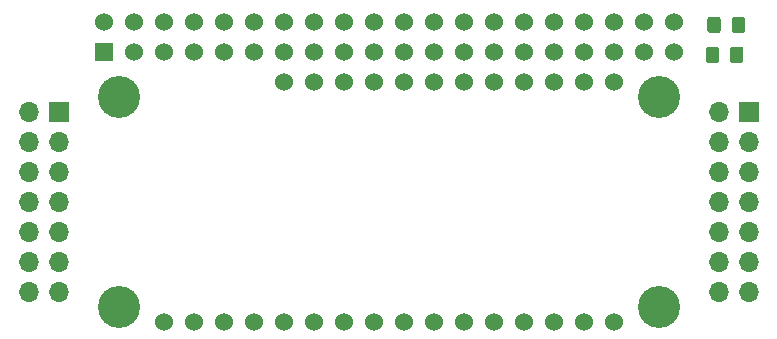
<source format=gts>
%TF.GenerationSoftware,KiCad,Pcbnew,(5.1.6)-1*%
%TF.CreationDate,2020-07-21T16:07:18+02:00*%
%TF.ProjectId,RPI_LORA,5250495f-4c4f-4524-912e-6b696361645f,rev?*%
%TF.SameCoordinates,Original*%
%TF.FileFunction,Soldermask,Top*%
%TF.FilePolarity,Negative*%
%FSLAX46Y46*%
G04 Gerber Fmt 4.6, Leading zero omitted, Abs format (unit mm)*
G04 Created by KiCad (PCBNEW (5.1.6)-1) date 2020-07-21 16:07:18*
%MOMM*%
%LPD*%
G01*
G04 APERTURE LIST*
%ADD10R,1.700000X1.700000*%
%ADD11O,1.700000X1.700000*%
%ADD12C,3.556000*%
%ADD13C,1.524000*%
%ADD14R,1.524000X1.524000*%
G04 APERTURE END LIST*
D10*
%TO.C,J2*%
X114102000Y-89339400D03*
D11*
X111562000Y-89339400D03*
X114102000Y-91879400D03*
X111562000Y-91879400D03*
X114102000Y-94419400D03*
X111562000Y-94419400D03*
X114102000Y-96959400D03*
X111562000Y-96959400D03*
X114102000Y-99499400D03*
X111562000Y-99499400D03*
X114102000Y-102039400D03*
X111562000Y-102039400D03*
X114102000Y-104579400D03*
X111562000Y-104579400D03*
%TD*%
D12*
%TO.C,U1*%
X164902000Y-105849400D03*
X119182000Y-105849400D03*
X164902000Y-88069400D03*
X119182000Y-88069400D03*
D13*
X161092000Y-86799400D03*
X158552000Y-86799400D03*
X156012000Y-86799400D03*
X153472000Y-86799400D03*
X150932000Y-86799400D03*
X148392000Y-86799400D03*
X145852000Y-86799400D03*
X143312000Y-86799400D03*
X140772000Y-86799400D03*
X138232000Y-86799400D03*
X135692000Y-86799400D03*
X133152000Y-86799400D03*
X161092000Y-107119400D03*
X158552000Y-107119400D03*
X156012000Y-107119400D03*
X153472000Y-107119400D03*
X150932000Y-107119400D03*
X148392000Y-107119400D03*
X145852000Y-107119400D03*
X143312000Y-107119400D03*
X140772000Y-107119400D03*
X138232000Y-107119400D03*
X135692000Y-107119400D03*
X133152000Y-107119400D03*
X130612000Y-107119400D03*
X128072000Y-107119400D03*
X125532000Y-107119400D03*
X122992000Y-107119400D03*
%TD*%
D10*
%TO.C,J1*%
X172522000Y-89339400D03*
D11*
X169982000Y-89339400D03*
X172522000Y-91879400D03*
X169982000Y-91879400D03*
X172522000Y-94419400D03*
X169982000Y-94419400D03*
X172522000Y-96959400D03*
X169982000Y-96959400D03*
X172522000Y-99499400D03*
X169982000Y-99499400D03*
X172522000Y-102039400D03*
X169982000Y-102039400D03*
X172522000Y-104579400D03*
X169982000Y-104579400D03*
%TD*%
D14*
%TO.C,PI1*%
X117912000Y-84259400D03*
D13*
X117912000Y-81719400D03*
X120452000Y-84259400D03*
X120452000Y-81719400D03*
X122992000Y-84259400D03*
X122992000Y-81719400D03*
X125532000Y-84259400D03*
X125532000Y-81719400D03*
X128072000Y-84259400D03*
X128072000Y-81719400D03*
X130612000Y-84259400D03*
X130612000Y-81719400D03*
X133152000Y-84259400D03*
X133152000Y-81719400D03*
X135692000Y-84259400D03*
X135692000Y-81719400D03*
X138232000Y-84259400D03*
X138232000Y-81719400D03*
X140772000Y-84259400D03*
X140772000Y-81719400D03*
X143312000Y-84259400D03*
X143312000Y-81719400D03*
X145852000Y-84259400D03*
X145852000Y-81719400D03*
X148392000Y-84259400D03*
X148392000Y-81719400D03*
X150932000Y-84259400D03*
X150932000Y-81719400D03*
X153472000Y-84259400D03*
X153472000Y-81719400D03*
X156012000Y-84259400D03*
X156012000Y-81719400D03*
X158552000Y-84259400D03*
X158552000Y-81719400D03*
X161092000Y-84259400D03*
X161092000Y-81719400D03*
X163632000Y-84259400D03*
X163632000Y-81719400D03*
X166172000Y-84259400D03*
X166172000Y-81719400D03*
%TD*%
%TO.C,D1*%
G36*
G01*
X169032000Y-82427401D02*
X169032000Y-81527399D01*
G75*
G02*
X169281999Y-81277400I249999J0D01*
G01*
X169932001Y-81277400D01*
G75*
G02*
X170182000Y-81527399I0J-249999D01*
G01*
X170182000Y-82427401D01*
G75*
G02*
X169932001Y-82677400I-249999J0D01*
G01*
X169281999Y-82677400D01*
G75*
G02*
X169032000Y-82427401I0J249999D01*
G01*
G37*
G36*
G01*
X171082000Y-82427401D02*
X171082000Y-81527399D01*
G75*
G02*
X171331999Y-81277400I249999J0D01*
G01*
X171982001Y-81277400D01*
G75*
G02*
X172232000Y-81527399I0J-249999D01*
G01*
X172232000Y-82427401D01*
G75*
G02*
X171982001Y-82677400I-249999J0D01*
G01*
X171331999Y-82677400D01*
G75*
G02*
X171082000Y-82427401I0J249999D01*
G01*
G37*
%TD*%
%TO.C,R3*%
G36*
G01*
X168890000Y-84963401D02*
X168890000Y-84063399D01*
G75*
G02*
X169139999Y-83813400I249999J0D01*
G01*
X169790001Y-83813400D01*
G75*
G02*
X170040000Y-84063399I0J-249999D01*
G01*
X170040000Y-84963401D01*
G75*
G02*
X169790001Y-85213400I-249999J0D01*
G01*
X169139999Y-85213400D01*
G75*
G02*
X168890000Y-84963401I0J249999D01*
G01*
G37*
G36*
G01*
X170940000Y-84963401D02*
X170940000Y-84063399D01*
G75*
G02*
X171189999Y-83813400I249999J0D01*
G01*
X171840001Y-83813400D01*
G75*
G02*
X172090000Y-84063399I0J-249999D01*
G01*
X172090000Y-84963401D01*
G75*
G02*
X171840001Y-85213400I-249999J0D01*
G01*
X171189999Y-85213400D01*
G75*
G02*
X170940000Y-84963401I0J249999D01*
G01*
G37*
%TD*%
M02*

</source>
